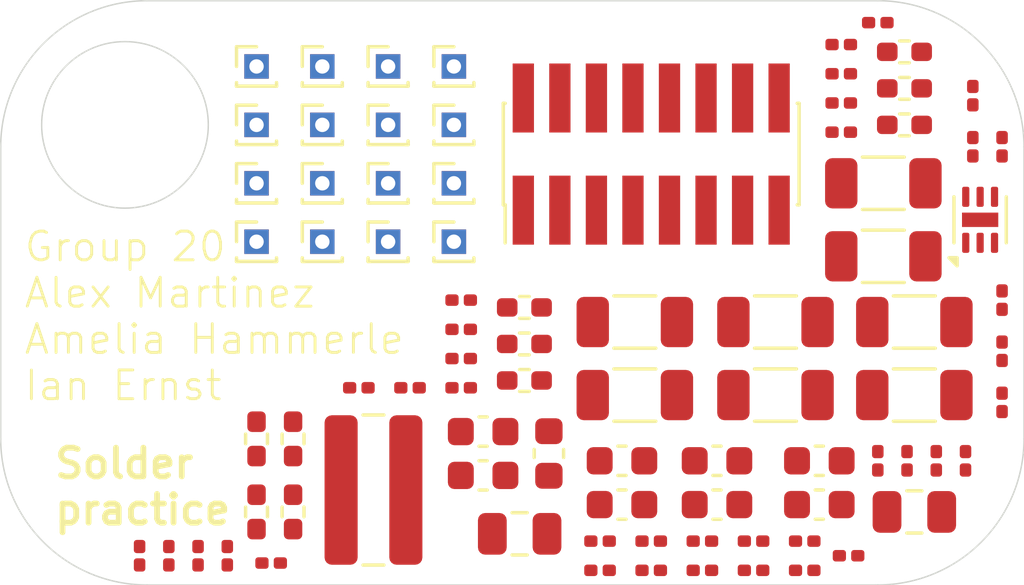
<source format=kicad_pcb>
(kicad_pcb (version 20241229) (generator "pcbnew") (generator_version "9.0")
  (layers (0 "F.Cu" signal) (2 "B.Cu" signal) (13 "F.Paste" user) (15 "B.Paste" user) (5 "F.SilkS" user "F.Silkscreen") (7 "B.SilkS" user "B.Silkscreen") (1 "F.Mask" user) (3 "B.Mask" user) (25 "Edge.Cuts" user))
  (net 0 "")
  (footprint "Resistor_SMD:R_0201_0603Metric" (layer "F.Cu") (at 197.104 80.772)
    (property "Reference" "REF**" (hide yes))
    (property "Value" "R_0201_0603Metric" (hide yes))
    (pad "1" smd roundrect (at -0.32 0) (size 0.46 0.4) (layers "F.Cu" "F.Mask"))
    (pad "2" smd roundrect (at 0.32 0) (size 0.46 0.4) (layers "F.Cu" "F.Mask"))
  )
  (footprint "Connector_PinHeader_1.00mm:PinHeader_1x01_P1.00mm_Vertical" (layer "F.Cu") (at 183.896 67.31)
    (property "Reference" "REF**" (hide yes))
    (property "Value" "PinHeader_1x01_P1.00mm_Vertical" (hide yes))
    (fp_line (start -0.695 -0.685) (end 0 -0.685) (stroke (width 0.12)) (layer "F.SilkS"))
    (fp_line (start -0.695 0) (end -0.695 -0.685) (stroke (width 0.12)) (layer "F.SilkS"))
    (fp_line (start -0.695 0.685) (end -0.695 0.56) (stroke (width 0.12)) (layer "F.SilkS"))
    (fp_line (start -0.695 0.685) (end -0.608276 0.685) (stroke (width 0.12)) (layer "F.SilkS"))
    (fp_line (start -0.695 0.685) (end 0.695 0.685) (stroke (width 0.12)) (layer "F.SilkS"))
    (fp_line (start 0.608276 0.685) (end 0.695 0.685) (stroke (width 0.12)) (layer "F.SilkS"))
    (fp_line (start 0.695 0.685) (end 0.695 0.56) (stroke (width 0.12)) (layer "F.SilkS"))
    (pad "1" thru_hole rect (at 0 0) (size 0.85 0.85) (drill 0.5) (layers "*.Cu" "*.Mask"))
  )
  (footprint "Resistor_SMD:R_0201_0603Metric" (layer "F.Cu") (at 200.66 79.756)
    (property "Reference" "REF**" (hide yes))
    (property "Value" "R_0201_0603Metric" (hide yes))
    (pad "1" smd roundrect (at -0.32 0) (size 0.46 0.4) (layers "F.Cu" "F.Mask"))
    (pad "2" smd roundrect (at 0.32 0) (size 0.46 0.4) (layers "F.Cu" "F.Mask"))
  )
  (footprint "Resistor_SMD:R_0402_1005Metric_Pad0.72x0.64mm_HandSolder" (layer "F.Cu") (at 190.9185 71.628)
    (property "Reference" "REF**" (hide yes))
    (property "Value" "R_0402_1005Metric_Pad0.72x0.64mm_HandSolder" (hide yes))
    (fp_line (start -0.167621 -0.38) (end 0.167621 -0.38) (stroke (width 0.12)) (layer "F.SilkS") (net 8192))
    (fp_line (start -0.167621 0.38) (end 0.167621 0.38) (stroke (width 0.12)) (layer "F.SilkS") (net 8192))
    (pad "1" smd roundrect (at -0.5975 0) (size 0.715 0.64) (layers "F.Cu" "F.Mask" "F.Paste"))
    (pad "2" smd roundrect (at 0.5975 0) (size 0.715 0.64) (layers "F.Cu" "F.Mask" "F.Paste"))
  )
  (footprint "Connector_PinHeader_1.27mm:PinHeader_2x08_P1.27mm_Vertical_SMD" (layer "F.Cu") (at 195.326 66.294 90)
    (property "Reference" "REF**" (hide yes))
    (property "Value" "PinHeader_2x08_P1.27mm_Vertical_SMD" (hide yes))
    (fp_line (start 1.765 -5.14) (end 1.765 -5.075) (stroke (width 0.12)) (layer "F.SilkS"))
    (fp_line (start -1.765 -5.14) (end 1.765 -5.14) (stroke (width 0.12)) (layer "F.SilkS"))
    (fp_line (start -1.765 -5.14) (end -1.765 -5.075) (stroke (width 0.12)) (layer "F.SilkS"))
    (fp_line (start -3.09 -5.075) (end -1.765 -5.075) (stroke (width 0.12)) (layer "F.SilkS"))
    (fp_line (start 1.765 5.075) (end 1.765 5.14) (stroke (width 0.12)) (layer "F.SilkS"))
    (fp_line (start -1.765 5.075) (end -1.765 5.14) (stroke (width 0.12)) (layer "F.SilkS"))
    (fp_line (start -1.765 5.14) (end 1.765 5.14) (stroke (width 0.12)) (layer "F.SilkS"))
    (pad "1" smd rect (at -1.95 -4.445 90) (size 2.4 0.74) (layers "F.Cu" "F.Mask" "F.Paste"))
    (pad "2" smd rect (at 1.95 -4.445 90) (size 2.4 0.74) (layers "F.Cu" "F.Mask" "F.Paste"))
    (pad "3" smd rect (at -1.95 -3.175 90) (size 2.4 0.74) (layers "F.Cu" "F.Mask" "F.Paste"))
    (pad "4" smd rect (at 1.95 -3.175 90) (size 2.4 0.74) (layers "F.Cu" "F.Mask" "F.Paste"))
    (pad "5" smd rect (at -1.95 -1.905 90) (size 2.4 0.74) (layers "F.Cu" "F.Mask" "F.Paste"))
    (pad "6" smd rect (at 1.95 -1.905 90) (size 2.4 0.74) (layers "F.Cu" "F.Mask" "F.Paste"))
    (pad "7" smd rect (at -1.95 -0.635 90) (size 2.4 0.74) (layers "F.Cu" "F.Mask" "F.Paste"))
    (pad "8" smd rect (at 1.95 -0.635 90) (size 2.4 0.74) (layers "F.Cu" "F.Mask" "F.Paste"))
    (pad "9" smd rect (at -1.95 0.635 90) (size 2.4 0.74) (layers "F.Cu" "F.Mask" "F.Paste"))
    (pad "10" smd rect (at 1.95 0.635 90) (size 2.4 0.74) (layers "F.Cu" "F.Mask" "F.Paste"))
    (pad "11" smd rect (at -1.95 1.905 90) (size 2.4 0.74) (layers "F.Cu" "F.Mask" "F.Paste"))
    (pad "12" smd rect (at 1.95 1.905 90) (size 2.4 0.74) (layers "F.Cu" "F.Mask" "F.Paste"))
    (pad "13" smd rect (at -1.95 3.175 90) (size 2.4 0.74) (layers "F.Cu" "F.Mask" "F.Paste"))
    (pad "14" smd rect (at 1.95 3.175 90) (size 2.4 0.74) (layers "F.Cu" "F.Mask" "F.Paste"))
    (pad "15" smd rect (at -1.95 4.445 90) (size 2.4 0.74) (layers "F.Cu" "F.Mask" "F.Paste"))
    (pad "16" smd rect (at 1.95 4.445 90) (size 2.4 0.74) (layers "F.Cu" "F.Mask" "F.Paste"))
  )
  (footprint "Resistor_SMD:R_0201_0603Metric" (layer "F.Cu") (at 178.562 80.264 90)
    (property "Reference" "REF**" (hide yes))
    (property "Value" "R_0201_0603Metric" (hide yes))
    (pad "1" smd roundrect (at -0.32 0 90) (size 0.46 0.4) (layers "F.Cu" "F.Mask"))
    (pad "2" smd roundrect (at 0.32 0 90) (size 0.46 0.4) (layers "F.Cu" "F.Mask"))
  )
  (footprint "Resistor_SMD:R_0201_0603Metric" (layer "F.Cu") (at 206.502 66.04 90)
    (property "Reference" "REF**" (hide yes))
    (property "Value" "R_0201_0603Metric" (hide yes))
    (pad "1" smd roundrect (at -0.32 0 90) (size 0.46 0.4) (layers "F.Cu" "F.Mask"))
    (pad "2" smd roundrect (at 0.32 0 90) (size 0.46 0.4) (layers "F.Cu" "F.Mask"))
  )
  (footprint "Resistor_SMD:R_0402_1005Metric_Pad0.72x0.64mm_HandSolder" (layer "F.Cu") (at 190.9185 74.168)
    (property "Reference" "REF**" (hide yes))
    (property "Value" "R_0402_1005Metric_Pad0.72x0.64mm_HandSolder" (hide yes))
    (fp_line (start -0.167621 -0.38) (end 0.167621 -0.38) (stroke (width 0.12)) (layer "F.SilkS") (net 8192))
    (fp_line (start -0.167621 0.38) (end 0.167621 0.38) (stroke (width 0.12)) (layer "F.SilkS") (net 8192))
    (pad "1" smd roundrect (at -0.5975 0) (size 0.715 0.64) (layers "F.Cu" "F.Mask" "F.Paste"))
    (pad "2" smd roundrect (at 0.5975 0) (size 0.715 0.64) (layers "F.Cu" "F.Mask" "F.Paste"))
  )
  (footprint "Resistor_SMD:R_0201_0603Metric" (layer "F.Cu") (at 195.326 80.772)
    (property "Reference" "REF**" (hide yes))
    (property "Value" "R_0201_0603Metric" (hide yes))
    (pad "1" smd roundrect (at -0.32 0) (size 0.46 0.4) (layers "F.Cu" "F.Mask"))
    (pad "2" smd roundrect (at 0.32 0) (size 0.46 0.4) (layers "F.Cu" "F.Mask"))
  )
  (footprint "Resistor_SMD:R_0201_0603Metric" (layer "F.Cu") (at 202.184 80.264)
    (property "Reference" "REF**" (hide yes))
    (property "Value" "R_0201_0603Metric" (hide yes))
    (pad "1" smd roundrect (at -0.32 0) (size 0.46 0.4) (layers "F.Cu" "F.Mask"))
    (pad "2" smd roundrect (at 0.32 0) (size 0.46 0.4) (layers "F.Cu" "F.Mask"))
  )
  (footprint "Resistor_SMD:R_0201_0603Metric" (layer "F.Cu") (at 204.216 76.962 90)
    (property "Reference" "REF**" (hide yes))
    (property "Value" "R_0201_0603Metric" (hide yes))
    (pad "1" smd roundrect (at -0.32 0 90) (size 0.46 0.4) (layers "F.Cu" "F.Mask"))
    (pad "2" smd roundrect (at 0.32 0 90) (size 0.46 0.4) (layers "F.Cu" "F.Mask"))
  )
  (footprint "Capacitor_SMD:C_0603_1608Metric" (layer "F.Cu") (at 194.31 78.486)
    (property "Reference" "REF**" (hide yes))
    (property "Value" "C_0603_1608Metric" (hide yes))
    (fp_line (start -0.14058 -0.51) (end 0.14058 -0.51) (stroke (width 0.12)) (layer "F.SilkS") (net 7143477))
    (fp_line (start -0.14058 0.51) (end 0.14058 0.51) (stroke (width 0.12)) (layer "F.SilkS") (net 7143477))
    (pad "1" smd roundrect (at -0.775 0) (size 0.9 0.95) (layers "F.Cu" "F.Mask" "F.Paste"))
    (pad "2" smd roundrect (at 0.775 0) (size 0.9 0.95) (layers "F.Cu" "F.Mask" "F.Paste"))
  )
  (footprint "Resistor_SMD:R_0201_0603Metric" (layer "F.Cu") (at 207.518 74.93 90)
    (property "Reference" "REF**" (hide yes))
    (property "Value" "R_0201_0603Metric" (hide yes))
    (pad "1" smd roundrect (at -0.32 0 90) (size 0.46 0.4) (layers "F.Cu" "F.Mask"))
    (pad "2" smd roundrect (at 0.32 0 90) (size 0.46 0.4) (layers "F.Cu" "F.Mask"))
  )
  (footprint "Resistor_SMD:R_0402_1005Metric_Pad0.72x0.64mm_HandSolder" (layer "F.Cu") (at 181.61 76.2 90)
    (property "Reference" "REF**" (hide yes))
    (property "Value" "R_0402_1005Metric_Pad0.72x0.64mm_HandSolder" (hide yes))
    (fp_line (start -0.167621 -0.38) (end 0.167621 -0.38) (stroke (width 0.12)) (layer "F.SilkS"))
    (fp_line (start -0.167621 0.38) (end 0.167621 0.38) (stroke (width 0.12)) (layer "F.SilkS"))
    (pad "1" smd roundrect (at -0.5975 0 90) (size 0.715 0.64) (layers "F.Cu" "F.Mask" "F.Paste"))
    (pad "2" smd roundrect (at 0.5975 0 90) (size 0.715 0.64) (layers "F.Cu" "F.Mask" "F.Paste"))
  )
  (footprint "Connector_PinHeader_1.00mm:PinHeader_1x01_P1.00mm_Vertical" (layer "F.Cu") (at 188.468 67.31)
    (property "Reference" "REF**" (hide yes))
    (property "Value" "PinHeader_1x01_P1.00mm_Vertical" (hide yes))
    (fp_line (start -0.695 -0.685) (end 0 -0.685) (stroke (width 0.12)) (layer "F.SilkS") (net 7798903))
    (fp_line (start -0.695 0) (end -0.695 -0.685) (stroke (width 0.12)) (layer "F.SilkS") (net 7798903))
    (fp_line (start -0.695 0.685) (end -0.695 0.56) (stroke (width 0.12)) (layer "F.SilkS") (net 7798903))
    (fp_line (start -0.695 0.685) (end -0.608276 0.685) (stroke (width 0.12)) (layer "F.SilkS") (net 7798903))
    (fp_line (start -0.695 0.685) (end 0.695 0.685) (stroke (width 0.12)) (layer "F.SilkS") (net 7798903))
    (fp_line (start 0.608276 0.685) (end 0.695 0.685) (stroke (width 0.12)) (layer "F.SilkS") (net 7798903))
    (fp_line (start 0.695 0.685) (end 0.695 0.56) (stroke (width 0.12)) (layer "F.SilkS") (net 7798903))
    (pad "1" thru_hole rect (at 0 0) (size 0.85 0.85) (drill 0.5) (layers "*.Cu" "*.Mask"))
  )
  (footprint "Resistor_SMD:R_0402_1005Metric_Pad0.72x0.64mm_HandSolder" (layer "F.Cu") (at 182.88 78.74 90)
    (property "Reference" "REF**" (hide yes))
    (property "Value" "R_0402_1005Metric_Pad0.72x0.64mm_HandSolder" (hide yes))
    (fp_line (start -0.167621 -0.38) (end 0.167621 -0.38) (stroke (width 0.12)) (layer "F.SilkS"))
    (fp_line (start -0.167621 0.38) (end 0.167621 0.38) (stroke (width 0.12)) (layer "F.SilkS"))
    (pad "1" smd roundrect (at -0.5975 0 90) (size 0.715 0.64) (layers "F.Cu" "F.Mask" "F.Paste"))
    (pad "2" smd roundrect (at 0.5975 0 90) (size 0.715 0.64) (layers "F.Cu" "F.Mask" "F.Paste"))
  )
  (footprint "Capacitor_SMD:C_0603_1608Metric" (layer "F.Cu") (at 191.77 76.708 90)
    (property "Reference" "REF**" (hide yes))
    (property "Value" "C_0603_1608Metric" (hide yes))
    (fp_line (start -0.14058 -0.51) (end 0.14058 -0.51) (stroke (width 0.12)) (layer "F.SilkS"))
    (fp_line (start -0.14058 0.51) (end 0.14058 0.51) (stroke (width 0.12)) (layer "F.SilkS"))
    (pad "1" smd roundrect (at -0.775 0 90) (size 0.9 0.95) (layers "F.Cu" "F.Mask" "F.Paste"))
    (pad "2" smd roundrect (at 0.775 0 90) (size 0.9 0.95) (layers "F.Cu" "F.Mask" "F.Paste"))
  )
  (footprint "Connector_PinHeader_1.00mm:PinHeader_1x01_P1.00mm_Vertical" (layer "F.Cu") (at 188.468 63.246)
    (property "Reference" "REF**" (hide yes))
    (property "Value" "PinHeader_1x01_P1.00mm_Vertical" (hide yes))
    (fp_line (start -0.695 -0.685) (end 0 -0.685) (stroke (width 0.12)) (layer "F.SilkS") (net 7798903))
    (fp_line (start -0.695 0) (end -0.695 -0.685) (stroke (width 0.12)) (layer "F.SilkS") (net 7798903))
    (fp_line (start -0.695 0.685) (end -0.695 0.56) (stroke (width 0.12)) (layer "F.SilkS") (net 7798903))
    (fp_line (start -0.695 0.685) (end -0.608276 0.685) (stroke (width 0.12)) (layer "F.SilkS") (net 7798903))
    (fp_line (start -0.695 0.685) (end 0.695 0.685) (stroke (width 0.12)) (layer "F.SilkS") (net 7798903))
    (fp_line (start 0.608276 0.685) (end 0.695 0.685) (stroke (width 0.12)) (layer "F.SilkS") (net 7798903))
    (fp_line (start 0.695 0.685) (end 0.695 0.56) (stroke (width 0.12)) (layer "F.SilkS") (net 7798903))
    (pad "1" thru_hole rect (at 0 0) (size 0.85 0.85) (drill 0.5) (layers "*.Cu" "*.Mask"))
  )
  (footprint "Resistor_SMD:R_0201_0603Metric" (layer "F.Cu") (at 182.118 80.518 180)
    (property "Reference" "REF**" (hide yes))
    (property "Value" "R_0201_0603Metric" (hide yes))
    (pad "1" smd roundrect (at -0.32 0 180) (size 0.46 0.4) (layers "F.Cu" "F.Mask"))
    (pad "2" smd roundrect (at 0.32 0 180) (size 0.46 0.4) (layers "F.Cu" "F.Mask"))
  )
  (footprint "Connector_PinHeader_1.00mm:PinHeader_1x01_P1.00mm_Vertical" (layer "F.Cu") (at 183.896 65.278)
    (property "Reference" "REF**" (hide yes))
    (property "Value" "PinHeader_1x01_P1.00mm_Vertical" (hide yes))
    (fp_line (start -0.695 -0.685) (end 0 -0.685) (stroke (width 0.12)) (layer "F.SilkS"))
    (fp_line (start -0.695 0) (end -0.695 -0.685) (stroke (width 0.12)) (layer "F.SilkS"))
    (fp_line (start -0.695 0.685) (end -0.695 0.56) (stroke (width 0.12)) (layer "F.SilkS"))
    (fp_line (start -0.695 0.685) (end -0.608276 0.685) (stroke (width 0.12)) (layer "F.SilkS"))
    (fp_line (start -0.695 0.685) (end 0.695 0.685) (stroke (width 0.12)) (layer "F.SilkS"))
    (fp_line (start 0.608276 0.685) (end 0.695 0.685) (stroke (width 0.12)) (layer "F.SilkS"))
    (fp_line (start 0.695 0.685) (end 0.695 0.56) (stroke (width 0.12)) (layer "F.SilkS"))
    (pad "1" thru_hole rect (at 0 0) (size 0.85 0.85) (drill 0.5) (layers "*.Cu" "*.Mask"))
  )
  (footprint "Resistor_SMD:R_0201_0603Metric" (layer "F.Cu") (at 195.326 79.756)
    (property "Reference" "REF**" (hide yes))
    (property "Value" "R_0201_0603Metric" (hide yes))
    (pad "1" smd roundrect (at -0.32 0) (size 0.46 0.4) (layers "F.Cu" "F.Mask"))
    (pad "2" smd roundrect (at 0.32 0) (size 0.46 0.4) (layers "F.Cu" "F.Mask"))
  )
  (footprint "Connector_PinHeader_1.00mm:PinHeader_1x01_P1.00mm_Vertical" (layer "F.Cu") (at 186.182 67.31)
    (property "Reference" "REF**" (hide yes))
    (property "Value" "PinHeader_1x01_P1.00mm_Vertical" (hide yes))
    (fp_line (start -0.695 -0.685) (end 0 -0.685) (stroke (width 0.12)) (layer "F.SilkS") (net 7798903))
    (fp_line (start -0.695 0) (end -0.695 -0.685) (stroke (width 0.12)) (layer "F.SilkS") (net 7798903))
    (fp_line (start -0.695 0.685) (end -0.695 0.56) (stroke (width 0.12)) (layer "F.SilkS") (net 7798903))
    (fp_line (start -0.695 0.685) (end -0.608276 0.685) (stroke (width 0.12)) (layer "F.SilkS") (net 7798903))
    (fp_line (start -0.695 0.685) (end 0.695 0.685) (stroke (width 0.12)) (layer "F.SilkS") (net 7798903))
    (fp_line (start 0.608276 0.685) (end 0.695 0.685) (stroke (width 0.12)) (layer "F.SilkS") (net 7798903))
    (fp_line (start 0.695 0.685) (end 0.695 0.56) (stroke (width 0.12)) (layer "F.SilkS") (net 7798903))
    (pad "1" thru_hole rect (at 0 0) (size 0.85 0.85) (drill 0.5) (layers "*.Cu" "*.Mask"))
  )
  (footprint "Resistor_SMD:R_0201_0603Metric" (layer "F.Cu") (at 206.248 76.962 90)
    (property "Reference" "REF**" (hide yes))
    (property "Value" "R_0201_0603Metric" (hide yes))
    (pad "1" smd roundrect (at -0.32 0 90) (size 0.46 0.4) (layers "F.Cu" "F.Mask"))
    (pad "2" smd roundrect (at 0.32 0 90) (size 0.46 0.4) (layers "F.Cu" "F.Mask"))
  )
  (footprint "Connector_PinHeader_1.00mm:PinHeader_1x01_P1.00mm_Vertical" (layer "F.Cu") (at 183.896 69.342)
    (property "Reference" "REF**" (hide yes))
    (property "Value" "PinHeader_1x01_P1.00mm_Vertical" (hide yes))
    (fp_line (start -0.695 -0.685) (end 0 -0.685) (stroke (width 0.12)) (layer "F.SilkS"))
    (fp_line (start -0.695 0) (end -0.695 -0.685) (stroke (width 0.12)) (layer "F.SilkS"))
    (fp_line (start -0.695 0.685) (end -0.695 0.56) (stroke (width 0.12)) (layer "F.SilkS"))
    (fp_line (start -0.695 0.685) (end -0.608276 0.685) (stroke (width 0.12)) (layer "F.SilkS"))
    (fp_line (start -0.695 0.685) (end 0.695 0.685) (stroke (width 0.12)) (layer "F.SilkS"))
    (fp_line (start 0.608276 0.685) (end 0.695 0.685) (stroke (width 0.12)) (layer "F.SilkS"))
    (fp_line (start 0.695 0.685) (end 0.695 0.56) (stroke (width 0.12)) (layer "F.SilkS"))
    (pad "1" thru_hole rect (at 0 0) (size 0.85 0.85) (drill 0.5) (layers "*.Cu" "*.Mask"))
  )
  (footprint "Package_DFN_QFN:MLF-6-1EP_1.6x1.6mm_P0.5mm_EP0.5x1.26mm" (layer "F.Cu") (at 206.756 68.58 90)
    (property "Reference" "REF**" (hide yes))
    (property "Value" "MLF-6-1EP_1.6x1.6mm_P0.5mm_EP0.5x1.26mm" (hide yes))
    (fp_line (start -0.8 -0.91) (end 0.8 -0.91) (stroke (width 0.12)) (layer "F.SilkS"))
    (fp_line (start -0.8 0.91) (end 0.8 0.91) (stroke (width 0.12)) (layer "F.SilkS"))
    (fp_poly (pts (xy -1.32 -0.8) (xy -1.6 -0.8) (xy -1.32 -1.08) (xy -1.32 -0.8)) (stroke (width 0.12)) (fill yes) (layer "F.SilkS"))
    (pad "1" smd roundrect (at -0.8 -0.5 90) (size 0.7 0.25) (layers "F.Cu" "F.Mask" "F.Paste"))
    (pad "2" smd roundrect (at -0.8 0 90) (size 0.7 0.25) (layers "F.Cu" "F.Mask" "F.Paste"))
    (pad "3" smd roundrect (at -0.8 0.5 90) (size 0.7 0.25) (layers "F.Cu" "F.Mask" "F.Paste"))
    (pad "4" smd roundrect (at 0.8 0.5 90) (size 0.7 0.25) (layers "F.Cu" "F.Mask" "F.Paste"))
    (pad "5" smd roundrect (at 0.8 0 90) (size 0.7 0.25) (layers "F.Cu" "F.Mask" "F.Paste"))
    (pad "6" smd roundrect (at 0.8 -0.5 90) (size 0.7 0.25) (layers "F.Cu" "F.Mask" "F.Paste"))
    (pad "7" smd rect (at 0 0 90) (size 0.5 1.26) (property pad_prop_heatsink) (layers "F.Cu" "F.Mask"))
  )
  (footprint "Resistor_SMD:R_0201_0603Metric" (layer "F.Cu") (at 203.2 76.962 90)
    (property "Reference" "REF**" (hide yes))
    (property "Value" "R_0201_0603Metric" (hide yes))
    (pad "1" smd roundrect (at -0.32 0 90) (size 0.46 0.4) (layers "F.Cu" "F.Mask"))
    (pad "2" smd roundrect (at 0.32 0 90) (size 0.46 0.4) (layers "F.Cu" "F.Mask"))
  )
  (footprint "Connector_PinHeader_1.00mm:PinHeader_1x01_P1.00mm_Vertical" (layer "F.Cu") (at 186.182 65.278)
    (property "Reference" "REF**" (hide yes))
    (property "Value" "PinHeader_1x01_P1.00mm_Vertical" (hide yes))
    (fp_line (start -0.695 -0.685) (end 0 -0.685) (stroke (width 0.12)) (layer "F.SilkS") (net 7798903))
    (fp_line (start -0.695 0) (end -0.695 -0.685) (stroke (width 0.12)) (layer "F.SilkS") (net 7798903))
    (fp_line (start -0.695 0.685) (end -0.695 0.56) (stroke (width 0.12)) (layer "F.SilkS") (net 7798903))
    (fp_line (start -0.695 0.685) (end -0.608276 0.685) (stroke (width 0.12)) (layer "F.SilkS") (net 7798903))
    (fp_line (start -0.695 0.685) (end 0.695 0.685) (stroke (width 0.12)) (layer "F.SilkS") (net 7798903))
    (fp_line (start 0.608276 0.685) (end 0.695 0.685) (stroke (width 0.12)) (layer "F.SilkS") (net 7798903))
    (fp_line (start 0.695 0.685) (end 0.695 0.56) (stroke (width 0.12)) (layer "F.SilkS") (net 7798903))
    (pad "1" thru_hole rect (at 0 0) (size 0.85 0.85) (drill 0.5) (layers "*.Cu" "*.Mask"))
  )
  (footprint "Resistor_SMD:R_0201_0603Metric" (layer "F.Cu") (at 188.722 71.374)
    (property "Reference" "REF**" (hide yes))
    (property "Value" "R_0201_0603Metric" (hide yes))
    (pad "1" smd roundrect (at -0.32 0) (size 0.46 0.4) (layers "F.Cu" "F.Mask"))
    (pad "2" smd roundrect (at 0.32 0) (size 0.46 0.4) (layers "F.Cu" "F.Mask"))
  )
  (footprint "Resistor_SMD:R_0201_0603Metric" (layer "F.Cu") (at 180.594 80.264 90)
    (property "Reference" "REF**" (hide yes))
    (property "Value" "R_0201_0603Metric" (hide yes))
    (pad "1" smd roundrect (at -0.32 0 90) (size 0.46 0.4) (layers "F.Cu" "F.Mask"))
    (pad "2" smd roundrect (at 0.32 0 90) (size 0.46 0.4) (layers "F.Cu" "F.Mask"))
  )
  (footprint "Resistor_SMD:R_0201_0603Metric" (layer "F.Cu") (at 198.882 80.772)
    (property "Reference" "REF**" (hide yes))
    (property "Value" "R_0201_0603Metric" (hide yes))
    (pad "1" smd roundrect (at -0.32 0) (size 0.46 0.4) (layers "F.Cu" "F.Mask"))
    (pad "2" smd roundrect (at 0.32 0) (size 0.46 0.4) (layers "F.Cu" "F.Mask"))
  )
  (footprint "Resistor_SMD:R_0201_0603Metric" (layer "F.Cu") (at 203.2 61.722 180)
    (property "Reference" "REF**" (hide yes))
    (property "Value" "R_0201_0603Metric" (hide yes))
    (pad "1" smd roundrect (at -0.32 0 180) (size 0.46 0.4) (layers "F.Cu" "F.Mask"))
    (pad "2" smd roundrect (at 0.32 0 180) (size 0.46 0.4) (layers "F.Cu" "F.Mask"))
  )
  (footprint "Resistor_SMD:R_0201_0603Metric" (layer "F.Cu") (at 201.93 62.484)
    (property "Reference" "REF**" (hide yes))
    (property "Value" "R_0201_0603Metric" (hide yes))
    (pad "1" smd roundrect (at -0.32 0) (size 0.46 0.4) (layers "F.Cu" "F.Mask"))
    (pad "2" smd roundrect (at 0.32 0) (size 0.46 0.4) (layers "F.Cu" "F.Mask"))
  )
  (footprint "Resistor_SMD:R_1206_3216Metric" (layer "F.Cu") (at 199.644 72.136 180)
    (property "Reference" "REF**" (hide yes))
    (property "Value" "R_1206_3216Metric" (hide yes))
    (fp_line (start -0.727064 0.91) (end 0.727064 0.91) (stroke (width 0.12)) (layer "F.SilkS") (net 32768))
    (fp_line (start -0.727064 -0.91) (end 0.727064 -0.91) (stroke (width 0.12)) (layer "F.SilkS") (net 32768))
    (pad "1" smd roundrect (at -1.4625 0 180) (size 1.125 1.75) (layers "F.Cu" "F.Mask" "F.Paste") (roundrect_rratio 0.222222))
    (pad "2" smd roundrect (at 1.4625 0 180) (size 1.125 1.75) (layers "F.Cu" "F.Mask" "F.Paste") (roundrect_rratio 0.222222))
  )
  (footprint "Resistor_SMD:R_0201_0603Metric" (layer "F.Cu") (at 200.66 80.772)
    (property "Reference" "REF**" (hide yes))
    (property "Value" "R_0201_0603Metric" (hide yes))
    (pad "1" smd roundrect (at -0.32 0) (size 0.46 0.4) (layers "F.Cu" "F.Mask"))
    (pad "2" smd roundrect (at 0.32 0) (size 0.46 0.4) (layers "F.Cu" "F.Mask"))
  )
  (footprint "Resistor_SMD:R_0402_1005Metric_Pad0.72x0.64mm_HandSolder" (layer "F.Cu") (at 182.88 76.2 90)
    (property "Reference" "REF**" (hide yes))
    (property "Value" "R_0402_1005Metric_Pad0.72x0.64mm_HandSolder" (hide yes))
    (fp_line (start -0.167621 -0.38) (end 0.167621 -0.38) (stroke (width 0.12)) (layer "F.SilkS"))
    (fp_line (start -0.167621 0.38) (end 0.167621 0.38) (stroke (width 0.12)) (layer "F.SilkS"))
    (pad "1" smd roundrect (at -0.5975 0 90) (size 0.715 0.64) (layers "F.Cu" "F.Mask" "F.Paste"))
    (pad "2" smd roundrect (at 0.5975 0 90) (size 0.715 0.64) (layers "F.Cu" "F.Mask" "F.Paste"))
  )
  (footprint "Resistor_SMD:R_0201_0603Metric" (layer "F.Cu") (at 207.518 71.374 90)
    (property "Reference" "REF**" (hide yes))
    (property "Value" "R_0201_0603Metric" (hide yes))
    (pad "1" smd roundrect (at -0.32 0 90) (size 0.46 0.4) (layers "F.Cu" "F.Mask"))
    (pad "2" smd roundrect (at 0.32 0 90) (size 0.46 0.4) (layers "F.Cu" "F.Mask"))
  )
  (footprint "Resistor_SMD:R_0201_0603Metric" (layer "F.Cu") (at 186.944 74.422)
    (property "Reference" "REF**" (hide yes))
    (property "Value" "R_0201_0603Metric" (hide yes))
    (pad "1" smd roundrect (at -0.32 0) (size 0.46 0.4) (layers "F.Cu" "F.Mask"))
    (pad "2" smd roundrect (at 0.32 0) (size 0.46 0.4) (layers "F.Cu" "F.Mask"))
  )
  (footprint "Resistor_SMD:R_0201_0603Metric" (layer "F.Cu") (at 201.93 64.516)
    (property "Reference" "REF**" (hide yes))
    (property "Value" "R_0201_0603Metric" (hide yes))
    (pad "1" smd roundrect (at -0.32 0) (size 0.46 0.4) (layers "F.Cu" "F.Mask"))
    (pad "2" smd roundrect (at 0.32 0) (size 0.46 0.4) (layers "F.Cu" "F.Mask"))
  )
  (footprint "Resistor_SMD:R_0201_0603Metric" (layer "F.Cu") (at 188.722 74.422)
    (property "Reference" "REF**" (hide yes))
    (property "Value" "R_0201_0603Metric" (hide yes))
    (pad "1" smd roundrect (at -0.32 0) (size 0.46 0.4) (layers "F.Cu" "F.Mask"))
    (pad "2" smd roundrect (at 0.32 0) (size 0.46 0.4) (layers "F.Cu" "F.Mask"))
  )
  (footprint "Connector_PinHeader_1.00mm:PinHeader_1x01_P1.00mm_Vertical" (layer "F.Cu") (at 181.61 63.246)
    (property "Reference" "REF**" (hide yes))
    (property "Value" "PinHeader_1x01_P1.00mm_Vertical" (hide yes))
    (fp_line (start -0.695 -0.685) (end 0 -0.685) (stroke (width 0.12)) (layer "F.SilkS"))
    (fp_line (start -0.695 0) (end -0.695 -0.685) (stroke (width 0.12)) (layer "F.SilkS"))
    (fp_line (start -0.695 0.685) (end -0.695 0.56) (stroke (width 0.12)) (layer "F.SilkS"))
    (fp_line (start -0.695 0.685) (end -0.608276 0.685) (stroke (width 0.12)) (layer "F.SilkS"))
    (fp_line (start -0.695 0.685) (end 0.695 0.685) (stroke (width 0.12)) (layer "F.SilkS"))
    (fp_line (start 0.608276 0.685) (end 0.695 0.685) (stroke (width 0.12)) (layer "F.SilkS"))
    (fp_line (start 0.695 0.685) (end 0.695 0.56) (stroke (width 0.12)) (layer "F.SilkS"))
    (pad "1" thru_hole rect (at 0 0) (size 0.85 0.85) (drill 0.5) (layers "*.Cu" "*.Mask"))
  )
  (footprint "Resistor_SMD:R_0201_0603Metric" (layer "F.Cu") (at 197.104 79.756)
    (property "Reference" "REF**" (hide yes))
    (property "Value" "R_0201_0603Metric" (hide yes))
    (pad "1" smd roundrect (at -0.32 0) (size 0.46 0.4) (layers "F.Cu" "F.Mask"))
    (pad "2" smd roundrect (at 0.32 0) (size 0.46 0.4) (layers "F.Cu" "F.Mask"))
  )
  (footprint "Resistor_SMD:R_1206_3216Metric" (layer "F.Cu") (at 203.3925 67.31 180)
    (property "Reference" "REF**" (hide yes))
    (property "Value" "R_1206_3216Metric" (hide yes))
    (fp_line (start -0.727064 0.91) (end 0.727064 0.91) (stroke (width 0.12)) (layer "F.SilkS"))
    (fp_line (start -0.727064 -0.91) (end 0.727064 -0.91) (stroke (width 0.12)) (layer "F.SilkS"))
    (pad "1" smd roundrect (at -1.4625 0 180) (size 1.125 1.75) (layers "F.Cu" "F.Mask" "F.Paste") (roundrect_rratio 0.222222))
    (pad "2" smd roundrect (at 1.4625 0 180) (size 1.125 1.75) (layers "F.Cu" "F.Mask" "F.Paste") (roundrect_rratio 0.222222))
  )
  (footprint "Connector_PinHeader_1.00mm:PinHeader_1x01_P1.00mm_Vertical" (layer "F.Cu") (at 188.468 65.278)
    (property "Reference" "REF**" (hide yes))
    (property "Value" "PinHeader_1x01_P1.00mm_Vertical" (hide yes))
    (fp_line (start -0.695 -0.685) (end 0 -0.685) (stroke (width 0.12)) (layer "F.SilkS") (net 7798903))
    (fp_line (start -0.695 0) (end -0.695 -0.685) (stroke (width 0.12)) (layer "F.SilkS") (net 7798903))
    (fp_line (start -0.695 0.685) (end -0.695 0.56) (stroke (width 0.12)) (layer "F.SilkS") (net 7798903))
    (fp_line (start -0.695 0.685) (end -0.608276 0.685) (stroke (width 0.12)) (layer "F.SilkS") (net 7798903))
    (fp_line (start -0.695 0.685) (end 0.695 0.685) (stroke (width 0.12)) (layer "F.SilkS") (net 7798903))
    (fp_line (start 0.608276 0.685) (end 0.695 0.685) (stroke (width 0.12)) (layer "F.SilkS") (net 7798903))
    (fp_line (start 0.695 0.685) (end 0.695 0.56) (stroke (width 0.12)) (layer "F.SilkS") (net 7798903))
    (pad "1" thru_hole rect (at 0 0) (size 0.85 0.85) (drill 0.5) (layers "*.Cu" "*.Mask"))
  )
  (footprint "Resistor_SMD:R_1206_3216Metric" (layer "F.Cu") (at 194.7565 74.676)
    (property "Reference" "REF**" (hide yes))
    (property "Value" "R_1206_3216Metric" (hide yes))
    (fp_line (start -0.727064 -0.91) (end 0.727064 -0.91) (stroke (width 0.12)) (layer "F.SilkS") (net 7471175))
    (fp_line (start -0.727064 0.91) (end 0.727064 0.91) (stroke (width 0.12)) (layer "F.SilkS") (net 7471175))
    (pad "1" smd roundrect (at -1.4625 0) (size 1.125 1.75) (layers "F.Cu" "F.Mask" "F.Paste") (roundrect_rratio 0.222222))
    (pad "2" smd roundrect (at 1.4625 0) (size 1.125 1.75) (layers "F.Cu" "F.Mask" "F.Paste") (roundrect_rratio 0.222222))
  )
  (footprint "Resistor_SMD:R_0402_1005Metric_Pad0.72x0.64mm_HandSolder" (layer "F.Cu") (at 181.61 78.74 90)
    (property "Reference" "REF**" (hide yes))
    (property "Value" "R_0402_1005Metric_Pad0.72x0.64mm_HandSolder" (hide yes))
    (fp_line (start -0.167621 -0.38) (end 0.167621 -0.38) (stroke (width 0.12)) (layer "F.SilkS"))
    (fp_line (start -0.167621 0.38) (end 0.167621 0.38) (stroke (width 0.12)) (layer "F.SilkS"))
    (pad "1" smd roundrect (at -0.5975 0 90) (size 0.715 0.64) (layers "F.Cu" "F.Mask" "F.Paste"))
    (pad "2" smd roundrect (at 0.5975 0 90) (size 0.715 0.64) (layers "F.Cu" "F.Mask" "F.Paste"))
  )
  (footprint "Resistor_SMD:R_0201_0603Metric" (layer "F.Cu") (at 201.93 63.5)
    (property "Reference" "REF**" (hide yes))
    (property "Value" "R_0201_0603Metric" (hide yes))
    (pad "1" smd roundrect (at -0.32 0) (size 0.46 0.4) (layers "F.Cu" "F.Mask"))
    (pad "2" smd roundrect (at 0.32 0) (size 0.46 0.4) (layers "F.Cu" "F.Mask"))
  )
  (footprint "Connector_PinHeader_1.00mm:PinHeader_1x01_P1.00mm_Vertical" (layer "F.Cu") (at 181.61 67.31)
    (property "Reference" "REF**" (hide yes))
    (property "Value" "PinHeader_1x01_P1.00mm_Vertical" (hide yes))
    (fp_line (start -0.695 -0.685) (end 0 -0.685) (stroke (width 0.12)) (layer "F.SilkS"))
    (fp_line (start -0.695 0) (end -0.695 -0.685) (stroke (width 0.12)) (layer "F.SilkS"))
    (fp_line (start -0.695 0.685) (end -0.695 0.56) (stroke (width 0.12)) (layer "F.SilkS"))
    (fp_line (start -0.695 0.685) (end -0.608276 0.685) (stroke (width 0.12)) (layer "F.SilkS"))
    (fp_line (start -0.695 0.685) (end 0.695 0.685) (stroke (width 0.12)) (layer "F.SilkS"))
    (fp_line (start 0.608276 0.685) (end 0.695 0.685) (stroke (width 0.12)) (layer "F.SilkS"))
    (fp_line (start 0.695 0.685) (end 0.695 0.56) (stroke (width 0.12)) (layer "F.SilkS"))
    (pad "1" thru_hole rect (at 0 0) (size 0.85 0.85) (drill 0.5) (layers "*.Cu" "*.Mask"))
  )
  (footprint "Resistor_SMD:R_0201_0603Metric" (layer "F.Cu") (at 201.93 65.532)
    (property "Reference" "REF**" (hide yes))
    (property "Value" "R_0201_0603Metric" (hide yes))
    (pad "1" smd roundrect (at -0.32 0) (size 0.46 0.4) (layers "F.Cu" "F.Mask"))
    (pad "2" smd roundrect (at 0.32 0) (size 0.46 0.4) (layers "F.Cu" "F.Mask"))
  )
  (footprint "Connector_PinHeader_1.00mm:PinHeader_1x01_P1.00mm_Vertical" (layer "F.Cu") (at 186.182 69.342)
    (property "Reference" "REF**" (hide yes))
    (property "Value" "PinHeader_1x01_P1.00mm_Vertical" (hide yes))
    (fp_line (start -0.695 -0.685) (end 0 -0.685) (stroke (width 0.12)) (layer "F.SilkS") (net 7798903))
    (fp_line (start -0.695 0) (end -0.695 -0.685) (stroke (width 0.12)) (layer "F.SilkS") (net 7798903))
    (fp_line (start -0.695 0.685) (end -0.695 0.56) (stroke (width 0.12)) (layer "F.SilkS") (net 7798903))
    (fp_line (start -0.695 0.685) (end -0.608276 0.685) (stroke (width 0.12)) (layer "F.SilkS") (net 7798903))
    (fp_line (start -0.695 0.685) (end 0.695 0.685) (stroke (width 0.12)) (layer "F.SilkS") (net 7798903))
    (fp_line (start 0.608276 0.685) (end 0.695 0.685) (stroke (width 0.12)) (layer "F.SilkS") (net 7798903))
    (fp_line (start 0.695 0.685) (end 0.695 0.56) (stroke (width 0.12)) (layer "F.SilkS") (net 7798903))
    (pad "1" thru_hole rect (at 0 0) (size 0.85 0.85) (drill 0.5) (layers "*.Cu" "*.Mask"))
  )
  (footprint "Resistor_SMD:R_0402_1005Metric_Pad0.72x0.64mm_HandSolder" (layer "F.Cu") (at 204.1265 62.738)
    (property "Reference" "REF**" (hide yes))
    (property "Value" "R_0402_1005Metric_Pad0.72x0.64mm_HandSolder" (hide yes))
    (fp_line (start -0.167621 -0.38) (end 0.167621 -0.38) (stroke (width 0.12)) (layer "F.SilkS"))
    (fp_line (start -0.167621 0.38) (end 0.167621 0.38) (stroke (width 0.12)) (layer "F.SilkS"))
    (pad "1" smd roundrect (at -0.5975 0) (size 0.715 0.64) (layers "F.Cu" "F.Mask" "F.Paste"))
    (pad "2" smd roundrect (at 0.5975 0) (size 0.715 0.64) (layers "F.Cu" "F.Mask" "F.Paste"))
  )
  (footprint "Resistor_SMD:R_0402_1005Metric_Pad0.72x0.64mm_HandSolder" (layer "F.Cu") (at 204.1265 65.278)
    (property "Reference" "REF**" (hide yes))
    (property "Value" "R_0402_1005Metric_Pad0.72x0.64mm_HandSolder" (hide yes))
    (fp_line (start -0.167621 -0.38) (end 0.167621 -0.38) (stroke (width 0.12)) (layer "F.SilkS"))
    (fp_line (start -0.167621 0.38) (end 0.167621 0.38) (stroke (width 0.12)) (layer "F.SilkS"))
    (pad "1" smd roundrect (at -0.5975 0) (size 0.715 0.64) (layers "F.Cu" "F.Mask" "F.Paste"))
    (pad "2" smd roundrect (at 0.5975 0) (size 0.715 0.64) (layers "F.Cu" "F.Mask" "F.Paste"))
  )
  (footprint "Resistor_SMD:R_0201_0603Metric" (layer "F.Cu") (at 188.722 73.406)
    (property "Reference" "REF**" (hide yes))
    (property "Value" "R_0201_0603Metric" (hide yes))
    (pad "1" smd roundrect (at -0.32 0) (size 0.46 0.4) (layers "F.Cu" "F.Mask"))
    (pad "2" smd roundrect (at 0.32 0) (size 0.46 0.4) (layers "F.Cu" "F.Mask"))
  )
  (footprint "Connector_PinHeader_1.00mm:PinHeader_1x01_P1.00mm_Vertical" (layer "F.Cu") (at 183.896 63.246)
    (property "Reference" "REF**" (hide yes))
    (property "Value" "PinHeader_1x01_P1.00mm_Vertical" (hide yes))
    (fp_line (start -0.695 -0.685) (end 0 -0.685) (stroke (width 0.12)) (layer "F.SilkS"))
    (fp_line (start -0.695 0) (end -0.695 -0.685) (stroke (width 0.12)) (layer "F.SilkS"))
    (fp_line (start -0.695 0.685) (end -0.695 0.56) (stroke (width 0.12)) (layer "F.SilkS"))
    (fp_line (start -0.695 0.685) (end -0.608276 0.685) (stroke (width 0.12)) (layer "F.SilkS"))
    (fp_line (start -0.695 0.685) (end 0.695 0.685) (stroke (width 0.12)) (layer "F.SilkS"))
    (fp_line (start 0.608276 0.685) (end 0.695 0.685) (stroke (width 0.12)) (layer "F.SilkS"))
    (fp_line (start 0.695 0.685) (end 0.695 0.56) (stroke (width 0.12)) (layer "F.SilkS"))
    (pad "1" thru_hole rect (at 0 0) (size 0.85 0.85) (drill 0.5) (layers "*.Cu" "*.Mask"))
  )
  (footprint "Resistor_SMD:R_0201_0603Metric" (layer "F.Cu") (at 207.518 73.152 90)
    (property "Reference" "REF**" (hide yes))
    (property "Value" "R_0201_0603Metric" (hide yes))
    (pad "1" smd roundrect (at -0.32 0 90) (size 0.46 0.4) (layers "F.Cu" "F.Mask"))
    (pad "2" smd roundrect (at 0.32 0 90) (size 0.46 0.4) (layers "F.Cu" "F.Mask"))
  )
  (footprint "Resistor_SMD:R_1206_3216Metric" (layer "F.Cu") (at 199.644 74.676)
    (property "Reference" "REF**" (hide yes))
    (property "Value" "R_1206_3216Metric" (hide yes))
    (fp_line (start -0.727064 -0.91) (end 0.727064 -0.91) (stroke (width 0.12)) (layer "F.SilkS") (net 32768))
    (fp_line (start -0.727064 0.91) (end 0.727064 0.91) (stroke (width 0.12)) (layer "F.SilkS") (net 32768))
    (pad "1" smd roundrect (at -1.4625 0) (size 1.125 1.75) (layers "F.Cu" "F.Mask" "F.Paste") (roundrect_rratio 0.222222))
    (pad "2" smd roundrect (at 1.4625 0) (size 1.125 1.75) (layers "F.Cu" "F.Mask" "F.Paste") (roundrect_rratio 0.222222))
  )
  (footprint "Resistor_SMD:R_0201_0603Metric" (layer "F.Cu") (at 179.578 80.264 90)
    (property "Reference" "REF**" (hide yes))
    (property "Value" "R_0201_0603Metric" (hide yes))
    (pad "1" smd roundrect (at -0.32 0 90) (size 0.46 0.4) (layers "F.Cu" "F.Mask"))
    (pad "2" smd roundrect (at 0.32 0 90) (size 0.46 0.4) (layers "F.Cu" "F.Mask"))
  )
  (footprint "Resistor_SMD:R_0201_0603Metric" (layer "F.Cu") (at 206.502 64.262 90)
    (property "Reference" "REF**" (hide yes))
    (property "Value" "R_0201_0603Metric" (hide yes))
    (pad "1" smd roundrect (at -0.32 0 90) (size 0.46 0.4) (layers "F.Cu" "F.Mask"))
    (pad "2" smd roundrect (at 0.32 0 90) (size 0.46 0.4) (layers "F.Cu" "F.Mask"))
  )
  (footprint "Connector_PinHeader_1.00mm:PinHeader_1x01_P1.00mm_Vertical" (layer "F.Cu") (at 188.468 69.342)
    (property "Reference" "REF**" (hide yes))
    (property "Value" "PinHeader_1x01_P1.00mm_Vertical" (hide yes))
    (fp_line (start -0.695 -0.685) (end 0 -0.685) (stroke (width 0.12)) (layer "F.SilkS") (net 7798903))
    (fp_line (start -0.695 0) (end -0.695 -0.685) (stroke (width 0.12)) (layer "F.SilkS") (net 7798903))
    (fp_line (start -0.695 0.685) (end -0.695 0.56) (stroke (width 0.12)) (layer "F.SilkS") (net 7798903))
    (fp_line (start -0.695 0.685) (end -0.608276 0.685) (stroke (width 0.12)) (layer "F.SilkS") (net 7798903))
    (fp_line (start -0.695 0.685) (end 0.695 0.685) (stroke (width 0.12)) (layer "F.SilkS") (net 7798903))
    (fp_line (start 0.608276 0.685) (end 0.695 0.685) (stroke (width 0.12)) (layer "F.SilkS") (net 7798903))
    (fp_line (start 0.695 0.685) (end 0.695 0.56) (stroke (width 0.12)) (layer "F.SilkS") (net 7798903))
    (pad "1" thru_hole rect (at 0 0) (size 0.85 0.85) (drill 0.5) (layers "*.Cu" "*.Mask"))
  )
  (footprint "Resistor_SMD:R_1206_3216Metric" (layer "F.Cu") (at 194.7565 72.136 180)
    (property "Reference" "REF**" (hide yes))
    (property "Value" "R_1206_3216Metric" (hide yes))
    (fp_line (start -0.727064 0.91) (end 0.727064 0.91) (stroke (width 0.12)) (layer "F.SilkS") (net 7471175))
    (fp_line (start -0.727064 -0.91) (end 0.727064 -0.91) (stroke (width 0.12)) (layer "F.SilkS") (net 7471175))
    (pad "1" smd roundrect (at -1.4625 0 180) (size 1.125 1.75) (layers "F.Cu" "F.Mask" "F.Paste") (roundrect_rratio 0.222222))
    (pad "2" smd roundrect (at 1.4625 0 180) (size 1.125 1.75) (layers "F.Cu" "F.Mask" "F.Paste") (roundrect_rratio 0.222222))
  )
  (footprint "Capacitor_SMD:C_0603_1608Metric" (layer "F.Cu") (at 197.612 76.962)
    (property "Reference" "REF**" (hide yes))
    (property "Value" "C_0603_1608Metric" (hide yes))
    (fp_line (start -0.14058 -0.51) (end 0.14058 -0.51) (stroke (width 0.12)) (layer "F.SilkS") (net 7143477))
    (fp_line (start -0.14058 0.51) (end 0.14058 0.51) (stroke (width 0.12)) (layer "F.SilkS") (net 7143477))
    (pad "1" smd roundrect (at -0.775 0) (size 0.9 0.95) (layers "F.Cu" "F.Mask" "F.Paste"))
    (pad "2" smd roundrect (at 0.775 0) (size 0.9 0.95) (layers "F.Cu" "F.Mask" "F.Paste"))
  )
  (footprint "Capacitor_SMD:C_0603_1608Metric" (layer "F.Cu") (at 189.484 77.47)
    (property "Reference" "REF**" (hide yes))
    (property "Value" "C_0603_1608Metric" (hide yes))
    (fp_line (start -0.14058 -0.51) (end 0.14058 -0.51) (stroke (width 0.12)) (layer "F.SilkS"))
    (fp_line (start -0.14058 0.51) (end 0.14058 0.51) (stroke (width 0.12)) (layer "F.SilkS"))
    (pad "1" smd roundrect (at -0.775 0) (size 0.9 0.95) (layers "F.Cu" "F.Mask" "F.Paste"))
    (pad "2" smd roundrect (at 0.775 0) (size 0.9 0.95) (layers "F.Cu" "F.Mask" "F.Paste"))
  )
  (footprint "Resistor_SMD:R_0402_1005Metric_Pad0.72x0.64mm_HandSolder" (layer "F.Cu") (at 190.9185 72.898)
    (property "Reference" "REF**" (hide yes))
    (property "Value" "R_0402_1005Metric_Pad0.72x0.64mm_HandSolder" (hide yes))
    (fp_line (start -0.167621 -0.38) (end 0.167621 -0.38) (stroke (width 0.12)) (layer "F.SilkS") (net 8192))
    (fp_line (start -0.167621 0.38) (end 0.167621 0.38) (stroke (width 0.12)) (layer "F.SilkS") (net 8192))
    (pad "1" smd roundrect (at -0.5975 0) (size 0.715 0.64) (layers "F.Cu" "F.Mask" "F.Paste"))
    (pad "2" smd roundrect (at 0.5975 0) (size 0.715 0.64) (layers "F.Cu" "F.Mask" "F.Paste"))
  )
  (footprint "Resistor_SMD:R_0402_1005Metric_Pad0.72x0.64mm_HandSolder" (layer "F.Cu") (at 204.1265 64.008)
    (property "Reference" "REF**" (hide yes))
    (property "Value" "R_0402_1005Metric_Pad0.72x0.64mm_HandSolder" (hide yes))
    (fp_line (start -0.167621 -0.38) (end 0.167621 -0.38) (stroke (width 0.12)) (layer "F.SilkS"))
    (fp_line (start -0.167621 0.38) (end 0.167621 0.38) (stroke (width 0.12)) (layer "F.SilkS"))
    (pad "1" smd roundrect (at -0.5975 0) (size 0.715 0.64) (layers "F.Cu" "F.Mask" "F.Paste"))
    (pad "2" smd roundrect (at 0.5975 0) (size 0.715 0.64) (layers "F.Cu" "F.Mask" "F.Paste"))
  )
  (footprint "Capacitor_SMD:C_0603_1608Metric" (layer "F.Cu") (at 189.484 75.946)
    (property "Reference" "REF**" (hide yes))
    (property "Value" "C_0603_1608Metric" (hide yes))
    (fp_line (start -0.14058 -0.51) (end 0.14058 -0.51) (stroke (width 0.12)) (layer "F.SilkS"))
    (fp_line (start -0.14058 0.51) (end 0.14058 0.51) (stroke (width 0.12)) (layer "F.SilkS"))
    (pad "1" smd roundrect (at -0.775 0) (size 0.9 0.95) (layers "F.Cu" "F.Mask" "F.Paste"))
    (pad "2" smd roundrect (at 0.775 0) (size 0.9 0.95) (layers "F.Cu" "F.Mask" "F.Paste"))
  )
  (footprint "Resistor_SMD:R_0201_0603Metric" (layer "F.Cu") (at 198.882 79.756)
    (property "Reference" "REF**" (hide yes))
    (property "Value" "R_0201_0603Metric" (hide yes))
    (pad "1" smd roundrect (at -0.32 0) (size 0.46 0.4) (layers "F.Cu" "F.Mask"))
    (pad "2" smd roundrect (at 0.32 0) (size 0.46 0.4) (layers "F.Cu" "F.Mask"))
  )
  (footprint "Resistor_SMD:R_1206_3216Metric" (layer "F.Cu") (at 203.3925 69.85)
    (property "Reference" "REF**" (hide yes))
    (property "Value" "R_1206_3216Metric" (hide yes))
    (fp_line (start -0.727064 -0.91) (end 0.727064 -0.91) (stroke (width 0.12)) (layer "F.SilkS"))
    (fp_line (start -0.727064 0.91) (end 0.727064 0.91) (stroke (width 0.12)) (layer "F.SilkS"))
    (pad "1" smd roundrect (at -1.4625 0) (size 1.125 1.75) (layers "F.Cu" "F.Mask" "F.Paste") (roundrect_rratio 0.222222))
    (pad "2" smd roundrect (at 1.4625 0) (size 1.125 1.75) (layers "F.Cu" "F.Mask" "F.Paste") (roundrect_rratio 0.222222))
  )
  (footprint "Resistor_SMD:R_0201_0603Metric" (layer "F.Cu") (at 207.518 66.04 90)
    (property "Reference" "REF**" (hide yes))
    (property "Value" "R_0201_0603Metric" (hide yes))
    (pad "1" smd roundrect (at -0.32 0 90) (size 0.46 0.4) (layers "F.Cu" "F.Mask"))
    (pad "2" smd roundrect (at 0.32 0 90) (size 0.46 0.4) (layers "F.Cu" "F.Mask"))
  )
  (footprint "Resistor_SMD:R_1020_2550Metric" (layer "F.Cu") (at 185.674 77.978)
    (property "Reference" "REF**" (hide yes))
    (property "Value" "R_1020_2550Metric" (hide yes))
    (fp_line (start -0.361252 -2.61) (end 0.361252 -2.61) (stroke (width 0.12)) (layer "F.SilkS"))
    (fp_line (start -0.361252 2.61) (end 0.361252 2.61) (stroke (width 0.12)) (layer "F.SilkS"))
    (pad "1" smd roundrect (at -1.125 0) (size 1.15 5.2) (layers "F.Cu" "F.Mask" "F.Paste") (roundrect_rratio 0.217391))
    (pad "2" smd roundrect (at 1.125 0) (size 1.15 5.2) (layers "F.Cu" "F.Mask" "F.Paste") (roundrect_rratio 0.217391))
  )
  (footprint "Resistor_SMD:R_1206_3216Metric" (layer "F.Cu") (at 204.47 74.676)
    (property "Reference" "REF**" (hide yes))
    (property "Value" "R_1206_3216Metric" (hide yes))
    (fp_line (start -0.727064 -0.91) (end 0.727064 -0.91) (stroke (width 0.12)) (layer "F.SilkS") (net 4096))
    (fp_line (start -0.727064 0.91) (end 0.727064 0.91) (stroke (width 0.12)) (layer "F.SilkS") (net 4096))
    (pad "1" smd roundrect (at -1.4625 0) (size 1.125 1.75) (layers "F.Cu" "F.Mask" "F.Paste") (roundrect_rratio 0.222222))
    (pad "2" smd roundrect (at 1.4625 0) (size 1.125 1.75) (layers "F.Cu" "F.Mask" "F.Paste") (roundrect_rratio 0.222222))
  )
  (footprint "Connector_PinHeader_1.00mm:PinHeader_1x01_P1.00mm_Vertical" (layer "F.Cu") (at 181.61 65.278)
    (property "Reference" "REF**" (hide yes))
    (property "Value" "PinHeader_1x01_P1.00mm_Vertical" (hide yes))
    (fp_line (start -0.695 -0.685) (end 0 -0.685) (stroke (width 0.12)) (layer "F.SilkS"))
    (fp_line (start -0.695 0) (end -0.695 -0.685) (stroke (width 0.12)) (layer "F.SilkS"))
    (fp_line (start -0.695 0.685) (end -0.695 0.56) (stroke (width 0.12)) (layer "F.SilkS"))
    (fp_line (start -0.695 0.685) (end -0.608276 0.685) (stroke (width 0.12)) (layer "F.SilkS"))
    (fp_line (start -0.695 0.685) (end 0.695 0.685) (stroke (width 0.12)) (layer "F.SilkS"))
    (fp_line (start 0.608276 0.685) (end 0.695 0.685) (stroke (width 0.12)) (layer "F.SilkS"))
    (fp_line (start 0.695 0.685) (end 0.695 0.56) (stroke (width 0.12)) (layer "F.SilkS"))
    (pad "1" thru_hole rect (at 0 0) (size 0.85 0.85) (drill 0.5) (layers "*.Cu" "*.Mask"))
  )
  (footprint "Resistor_SMD:R_0201_0603Metric" (layer "F.Cu") (at 188.722 72.39)
    (property "Reference" "REF**" (hide yes))
    (property "Value" "R_0201_0603Metric" (hide yes))
    (pad "1" smd roundrect (at -0.32 0) (size 0.46 0.4) (layers "F.Cu" "F.Mask"))
    (pad "2" smd roundrect (at 0.32 0) (size 0.46 0.4) (layers "F.Cu" "F.Mask"))
  )
  (footprint "Capacitor_SMD:C_0603_1608Metric" (layer "F.Cu") (at 194.31 76.962)
    (property "Reference" "REF**" (hide yes))
    (property "Value" "C_0603_1608Metric" (hide yes))
    (fp_line (start -0.14058 -0.51) (end 0.14058 -0.51) (stroke (width 0.12)) (layer "F.SilkS") (net 7143477))
    (fp_line (start -0.14058 0.51) (end 0.14058 0.51) (stroke (width 0.12)) (layer "F.SilkS") (net 7143477))
    (pad "1" smd roundrect (at -0.775 0) (size 0.9 0.95) (layers "F.Cu" "F.Mask" "F.Paste"))
    (pad "2" smd roundrect (at 0.775 0) (size 0.9 0.95) (layers "F.Cu" "F.Mask" "F.Paste"))
  )
  (footprint "Resistor_SMD:R_1206_3216Metric" (layer "F.Cu") (at 204.47 72.136 180)
    (property "Reference" "REF**" (hide yes))
    (property "Value" "R_1206_3216Metric" (hide yes))
    (fp_line (start -0.727064 0.91) (end 0.727064 0.91) (stroke (width 0.12)) (layer "F.SilkS") (net 4096))
    (fp_line (start -0.727064 -0.91) (end 0.727064 -0.91) (stroke (width 0.12)) (layer "F.SilkS") (net 4096))
    (pad "1" smd roundrect (at -1.4625 0 180) (size 1.125 1.75) (layers "F.Cu" "F.Mask" "F.Paste") (roundrect_rratio 0.222222))
    (pad "2" smd roundrect (at 1.4625 0 180) (size 1.125 1.75) (layers "F.Cu" "F.Mask" "F.Paste") (roundrect_rratio 0.222222))
  )
  (footprint "Connector_PinHeader_1.00mm:PinHeader_1x01_P1.00mm_Vertical" (layer "F.Cu") (at 181.61 69.342)
    (property "Reference" "REF**" (hide yes))
    (property "Value" "PinHeader_1x01_P1.00mm_Vertical" (hide yes))
    (fp_line (start -0.695 -0.685) (end 0 -0.685) (stroke (width 0.12)) (layer "F.SilkS"))
    (fp_line (start -0.695 0) (end -0.695 -0.685) (stroke (width 0.12)) (layer "F.SilkS"))
    (fp_line (start -0.695 0.685) (end -0.695 0.56) (stroke (width 0.12)) (layer "F.SilkS"))
    (fp_line (start -0.695 0.685) (end -0.608276 0.685) (stroke (width 0.12)) (layer "F.SilkS"))
    (fp_line (start -0.695 0.685) (end 0.695 0.685) (stroke (width 0.12)) (layer "F.SilkS"))
    (fp_line (start 0.608276 0.685) (end 0.695 0.685) (stroke (width 0.12)) (layer "F.SilkS"))
    (fp_line (start 0.695 0.685) (end 0.695 0.56) (stroke (width 0.12)) (layer "F.SilkS"))
    (pad "1" thru_hole rect (at 0 0) (size 0.85 0.85) (drill 0.5) (layers "*.Cu" "*.Mask"))
  )
  (footprint "Capacitor_SMD:C_0603_1608Metric" (layer "F.Cu") (at 201.168 76.962)
    (property "Reference" "REF**" (hide yes))
    (property "Value" "C_0603_1608Metric" (hide yes))
    (fp_line (start -0.14058 -0.51) (end 0.14058 -0.51) (stroke (width 0.12)) (layer "F.SilkS") (net 5111855))
    (fp_line (start -0.14058 0.51) (end 0.14058 0.51) (stroke (width 0.12)) (layer "F.SilkS") (net 5111855))
    (pad "1" smd roundrect (at -0.775 0) (size 0.9 0.95) (layers "F.Cu" "F.Mask" "F.Paste"))
    (pad "2" smd roundrect (at 0.775 0) (size 0.9 0.95) (layers "F.Cu" "F.Mask" "F.Paste"))
  )
  (footprint "Resistor_SMD:R_0201_0603Metric" (layer "F.Cu") (at 185.166 74.422)
    (property "Reference" "REF**" (hide yes))
    (property "Value" "R_0201_0603Metric" (hide yes))
    (pad "1" smd roundrect (at -0.32 0) (size 0.46 0.4) (layers "F.Cu" "F.Mask"))
    (pad "2" smd roundrect (at 0.32 0) (size 0.46 0.4) (layers "F.Cu" "F.Mask"))
  )
  (footprint "Capacitor_SMD:C_0603_1608Metric" (layer "F.Cu") (at 201.168 78.486)
    (property "Reference" "REF**" (hide yes))
    (property "Value" "C_0603_1608Metric" (hide yes))
    (fp_line (start -0.14058 -0.51) (end 0.14058 -0.51) (stroke (width 0.12)) (layer "F.SilkS") (net 5111855))
    (fp_line (start -0.14058 0.51) (end 0.14058 0.51) (stroke (width 0.12)) (layer "F.SilkS") (net 5111855))
    (pad "1" smd roundrect (at -0.775 0) (size 0.9 0.95) (layers "F.Cu" "F.Mask" "F.Paste"))
    (pad "2" smd roundrect (at 0.775 0) (size 0.9 0.95) (layers "F.Cu" "F.Mask" "F.Paste"))
  )
  (footprint "Capacitor_SMD:C_0603_1608Metric" (layer "F.Cu") (at 197.612 78.486)
    (property "Reference" "REF**" (hide yes))
    (property "Value" "C_0603_1608Metric" (hide yes))
    (fp_line (start -0.14058 -0.51) (end 0.14058 -0.51) (stroke (width 0.12)) (layer "F.SilkS") (net 7143477))
    (fp_line (start -0.14058 0.51) (end 0.14058 0.51) (stroke (width 0.12)) (layer "F.SilkS") (net 7143477))
    (pad "1" smd roundrect (at -0.775 0) (size 0.9 0.95) (layers "F.Cu" "F.Mask" "F.Paste"))
    (pad "2" smd roundrect (at 0.775 0) (size 0.9 0.95) (layers "F.Cu" "F.Mask" "F.Paste"))
  )
  (footprint "Resistor_SMD:R_0201_0603Metric" (layer "F.Cu") (at 193.548 80.772)
    (property "Reference" "REF**" (hide yes))
    (property "Value" "R_0201_0603Metric" (hide yes))
    (pad "1" smd roundrect (at -0.32 0) (size 0.46 0.4) (layers "F.Cu" "F.Mask"))
    (pad "2" smd roundrect (at 0.32 0) (size 0.46 0.4) (layers "F.Cu" "F.Mask"))
  )
  (footprint "Resistor_SMD:R_0201_0603Metric" (layer "F.Cu") (at 193.548 79.756)
    (property "Reference" "REF**" (hide yes))
    (property "Value" "R_0201_0603Metric" (hide yes))
    (pad "1" smd roundrect (at -0.32 0) (size 0.46 0.4) (layers "F.Cu" "F.Mask"))
    (pad "2" smd roundrect (at 0.32 0) (size 0.46 0.4) (layers "F.Cu" "F.Mask"))
  )
  (footprint "Capacitor_SMD:C_0805_2012Metric" (layer "F.Cu") (at 204.47 78.74)
    (property "Reference" "REF**" (hide yes))
    (property "Value" "C_0805_2012Metric" (hide yes))
    (fp_line (start -0.261252 -0.735) (end 0.261252 -0.735) (stroke (width 0.12)) (layer "F.SilkS"))
    (fp_line (start -0.261252 0.735) (end 0.261252 0.735) (stroke (width 0.12)) (layer "F.SilkS"))
    (pad "1" smd roundrect (at -0.95 0) (size 1 1.45) (layers "F.Cu" "F.Mask" "F.Paste"))
    (pad "2" smd roundrect (at 0.95 0) (size 1 1.45) (layers "F.Cu" "F.Mask" "F.Paste"))
  )
  (footprint "Resistor_SMD:R_0201_0603Metric" (layer "F.Cu") (at 205.232 76.962 90)
    (property "Reference" "REF**" (hide yes))
    (property "Value" "R_0201_0603Metric" (hide yes))
    (pad "1" smd roundrect (at -0.32 0 90) (size 0.46 0.4) (layers "F.Cu" "F.Mask"))
    (pad "2" smd roundrect (at 0.32 0 90) (size 0.46 0.4) (layers "F.Cu" "F.Mask"))
  )
  (footprint "Resistor_SMD:R_0201_0603Metric" (layer "F.Cu") (at 177.546 80.264 90)
    (property "Reference" "REF**" (hide yes))
    (property "Value" "R_0201_0603Metric" (hide yes))
    (pad "1" smd roundrect (at -0.32 0 90) (size 0.46 0.4) (layers "F.Cu" "F.Mask"))
    (pad "2" smd roundrect (at 0.32 0 90) (size 0.46 0.4) (layers "F.Cu" "F.Mask"))
  )
  (footprint "Capacitor_SMD:C_0805_2012Metric" (layer "F.Cu") (at 190.754 79.502)
    (property "Reference" "REF**" (hide yes))
    (property "Value" "C_0805_2012Metric" (hide yes))
    (fp_line (start -0.261252 -0.735) (end 0.261252 -0.735) (stroke (width 0.12)) (layer "F.SilkS"))
    (fp_line (start -0.261252 0.735) (end 0.261252 0.735) (stroke (width 0.12)) (layer "F.SilkS"))
    (pad "1" smd roundrect (at -0.95 0) (size 1 1.45) (layers "F.Cu" "F.Mask" "F.Paste"))
    (pad "2" smd roundrect (at 0.95 0) (size 1 1.45) (layers "F.Cu" "F.Mask" "F.Paste"))
  )
  (footprint "Connector_PinHeader_1.00mm:PinHeader_1x01_P1.00mm_Vertical" (layer "F.Cu") (at 186.182 63.246)
    (property "Reference" "REF**" (hide yes))
    (property "Value" "PinHeader_1x01_P1.00mm_Vertical" (hide yes))
    (fp_line (start -0.695 -0.685) (end 0 -0.685) (stroke (width 0.12)) (layer "F.SilkS") (net 7798903))
    (fp_line (start -0.695 0) (end -0.695 -0.685) (stroke (width 0.12)) (layer "F.SilkS") (net 7798903))
    (fp_line (start -0.695 0.685) (end -0.695 0.56) (stroke (width 0.12)) (layer "F.SilkS") (net 7798903))
    (fp_line (start -0.695 0.685) (end -0.608276 0.685) (stroke (width 0.12)) (layer "F.SilkS") (net 7798903))
    (fp_line (start -0.695 0.685) (end 0.695 0.685) (stroke (width 0.12)) (layer "F.SilkS") (net 7798903))
    (fp_line (start 0.608276 0.685) (end 0.695 0.685) (stroke (width 0.12)) (layer "F.SilkS") (net 7798903))
    (fp_line (start 0.695 0.685) (end 0.695 0.56) (stroke (width 0.12)) (layer "F.SilkS") (net 7798903))
    (pad "1" thru_hole rect (at 0 0) (size 0.85 0.85) (drill 0.5) (layers "*.Cu" "*.Mask"))
  )
  (gr_circle (center 177.038 65.278) (end 179.832 66.04) (stroke (width 0.05)) (fill no) (layer "Edge.Cuts"))
  (gr_arc (start 203.2 60.96) (mid 206.792102 62.447898) (end 208.28 66.04) (stroke (width 0.05)) (layer "Edge.Cuts"))
  (gr_arc (start 177.8 81.28) (mid 174.207898 79.792102) (end 172.72 76.2) (stroke (width 0.05)) (layer "Edge.Cuts"))
  (gr_arc (start 172.72 66.04) (mid 174.207898 62.447898) (end 177.8 60.96) (stroke (width 0.05)) (layer "Edge.Cuts"))
  (gr_arc (start 208.28 76.2) (mid 206.792102 79.792102) (end 203.2 81.28) (stroke (width 0.05)) (layer "Edge.Cuts"))
  (gr_line (start 203.2 81.28) (end 177.8 81.28) (stroke (width 0.05)) (layer "Edge.Cuts"))
  (gr_line (start 172.72 76.2) (end 172.72 66.04) (stroke (width 0.05)) (layer "Edge.Cuts"))
  (gr_line (start 177.8 60.96) (end 203.2 60.96) (stroke (width 0.05)) (layer "Edge.Cuts"))
  (gr_line (start 208.28 66.04) (end 208.28 76.2) (stroke (width 0.05)) (layer "Edge.Cuts"))
  (gr_text "Solder\npractice" (at 174.498 79.248 0) (layer "F.SilkS") (effects (font (size 1 1) (thickness 0.2) (bold yes)) (justify left bottom)))
  (gr_text "Group 20\nAlex Martinez\nAmelia Hammerle\nIan Ernst" (at 173.482 74.93 0) (layer "F.SilkS") (effects (font (size 1 1) (thickness 0.1)) (justify left bottom)))
)
</source>
